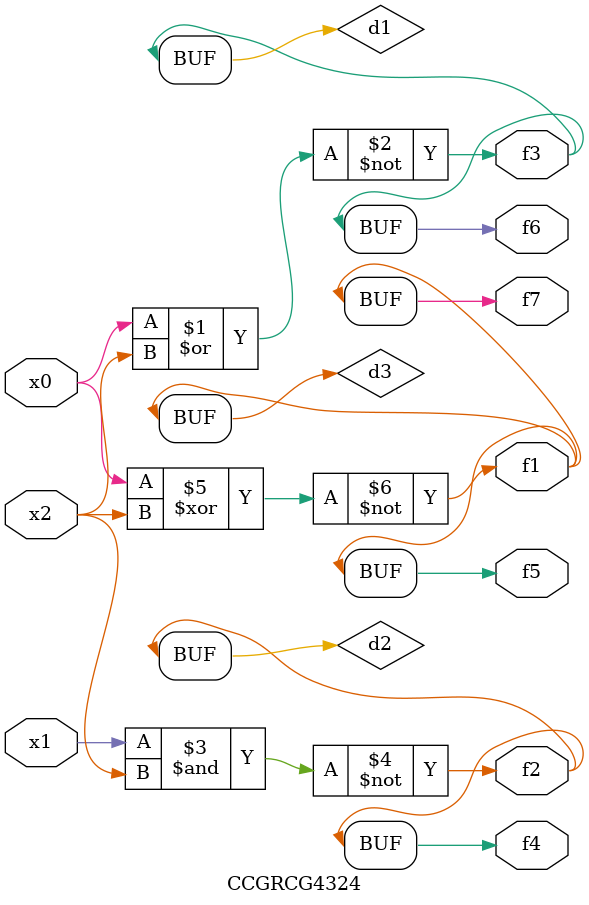
<source format=v>
module CCGRCG4324(
	input x0, x1, x2,
	output f1, f2, f3, f4, f5, f6, f7
);

	wire d1, d2, d3;

	nor (d1, x0, x2);
	nand (d2, x1, x2);
	xnor (d3, x0, x2);
	assign f1 = d3;
	assign f2 = d2;
	assign f3 = d1;
	assign f4 = d2;
	assign f5 = d3;
	assign f6 = d1;
	assign f7 = d3;
endmodule

</source>
